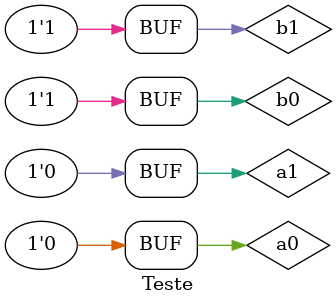
<source format=v>

module HalfSub (s0,s1,a,b);
input a,b;
output s0,s1;
wire q0;
xor XOR1 (s0,a,b);
not NOT1 (q0,a);
and AND1 (s1,q0,b);
endmodule //fim da construcao do circuito de meia-diferença

module Subtractor (s0,s1,a,b,c);
input a,b,c;
output s0,s1;
wire q0,q1,q2;
HalfSub D1 (q0,q1,a,b);
HalfSub D2 (s0,q2,q0,c);
or OR1 (s1,q1,q2);
endmodule

module Subtractor_2bit (s2,s1,s0,a0,a1,b0,b1);
input a0,a1,b0,b1;
output s0,s1,s2;
wire q0;
HalfSub HS1 (s0,q0,a0,b0);
Subtractor S1 (s1,s2,a1,b1,q0);
endmodule

module Teste ;
reg a0,a1,b0,b1;
wire s0,s1,s2;
Subtractor_2bit S2b(s2,s1,s0,a0,a1,b0,b1);
initial begin : start
a0=0; a1=0; b0=0; b1=0; 
end

initial begin: main
$display ("Nome: Jonathan Felipe Xavier 	Matricula:415704");
$display ("Circuito somador de pares de tres bits");
$display ("\n a1 | a0 | b1 | b0 |  = | s2 | s1 | s0 |");
$monitor (" %b | %b | %b | %b | = | %2b | %2b | %2b |",a1,a0,b1,b0,s2,s1,s0);
#1 a0=1; a1=0; b0=0; b1=0; 
#1 a0=0; a1=0; b0=1; b1=0;
#1 a0=0; a1=1; b0=0; b1=1;
#1 a0=1; a1=1; b0=0; b1=0;
#1 a0=0; a1=0; b0=1; b1=1;
end
endmodule
</source>
